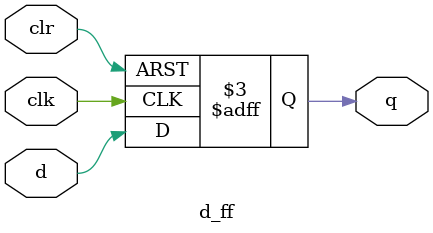
<source format=v>
module bidir_shift_reg_gate (clk,clr,mode,dr,dl,q);
	input clk;
	input clr;
	input mode;     // 0 = left, 1 = right
	input dr;       // Data for right shift
	input dl; // Data for left shift
    output [3:0] q;

	wire d0, d1, d2, d3;
	wire q0, q1, q2, q3;
   
	assign d0 = (mode & q1) | (~mode & dl);
	assign d1 = (mode & q2) | (~mode & q0);
	assign d2 = (mode & q3) | (~mode & q1);
	assign d3 = (mode & dr) | (~mode & q2);

	d_ff FF0(clk, clr, d0, q0);
	d_ff FF1(clk, clr, d1, q1);
	d_ff FF2(clk, clr, d2, q2);
	d_ff FF3(clk, clr, d3, q3);

	assign q = {q3, q2, q1, q0};

endmodule


module d_ff(clk,clr,d,q);
	input clk,clr,d;
	output reg q;
	
	always@(posedge clk or negedge clr)
		begin
			if(~clr)
				q <= 1'b0;
			else
				q <= d;
		end
endmodule
</source>
